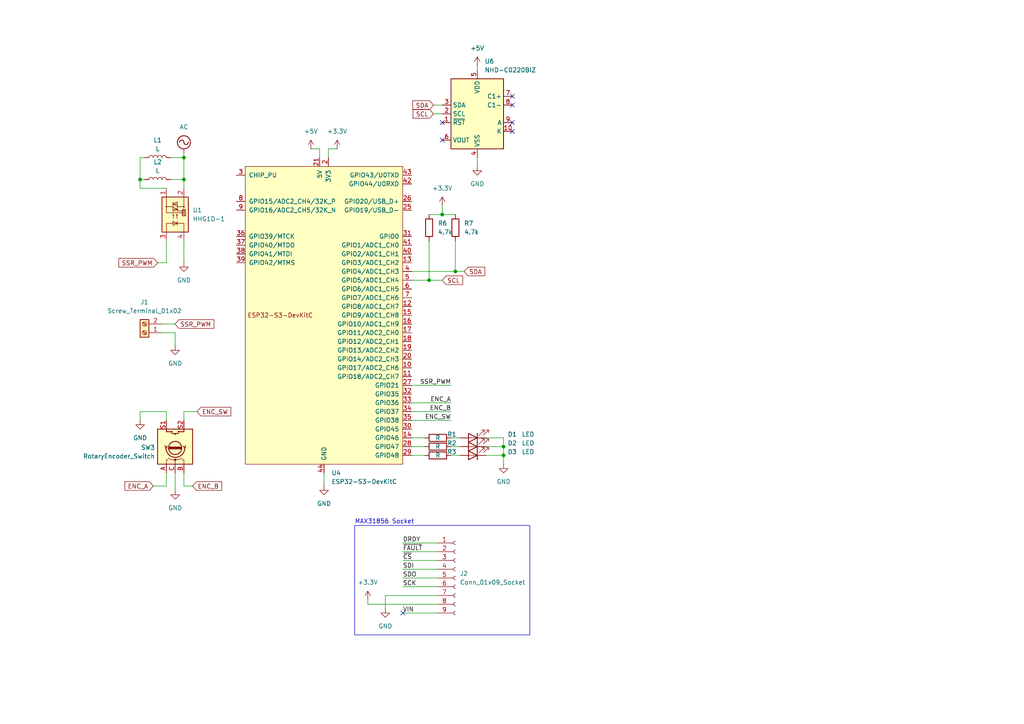
<source format=kicad_sch>
(kicad_sch (version 20250114) (generator "eeschema") (generator_version "9.0")
  (paper "A4")
  (lib_symbols
    (symbol "Connector:Conn_01x09_Socket" (pin_names (offset 1.016) (hide yes))
      (property "Reference" "J" (at 0 12.7 0))
      (property "Value" "Conn_01x09_Socket" (at 0 -12.7 0))
      (symbol "Conn_01x09_Socket_1_1"
        (polyline (pts (xy -1.27 10.16) (xy -0.508 10.16)) (stroke (width 0.1524)))
        (polyline (pts (xy -1.27 7.62) (xy -0.508 7.62)) (stroke (width 0.1524)))
        (polyline (pts (xy -1.27 5.08) (xy -0.508 5.08)) (stroke (width 0.1524)))
        (polyline (pts (xy -1.27 2.54) (xy -0.508 2.54)) (stroke (width 0.1524)))
        (polyline (pts (xy -1.27 0) (xy -0.508 0)) (stroke (width 0.1524)))
        (polyline (pts (xy -1.27 -2.54) (xy -0.508 -2.54)) (stroke (width 0.1524)))
        (polyline (pts (xy -1.27 -5.08) (xy -0.508 -5.08)) (stroke (width 0.1524)))
        (polyline (pts (xy -1.27 -7.62) (xy -0.508 -7.62)) (stroke (width 0.1524)))
        (polyline (pts (xy -1.27 -10.16) (xy -0.508 -10.16)) (stroke (width 0.1524)))
        (arc (start 0 9.652) (mid -0.5058 10.16) (end 0 10.668) (stroke (width 0.1524)))
        (arc (start 0 7.112) (mid -0.5058 7.62) (end 0 8.128) (stroke (width 0.1524)))
        (arc (start 0 4.572) (mid -0.5058 5.08) (end 0 5.588) (stroke (width 0.1524)))
        (arc (start 0 2.032) (mid -0.5058 2.54) (end 0 3.048) (stroke (width 0.1524)))
        (arc (start 0 -0.508) (mid -0.5058 0) (end 0 0.508) (stroke (width 0.1524)))
        (arc (start 0 -3.048) (mid -0.5058 -2.54) (end 0 -2.032) (stroke (width 0.1524)))
        (arc (start 0 -5.588) (mid -0.5058 -5.08) (end 0 -4.572) (stroke (width 0.1524)))
        (arc (start 0 -8.128) (mid -0.5058 -7.62) (end 0 -7.112) (stroke (width 0.1524)))
        (arc (start 0 -10.668) (mid -0.5058 -10.16) (end 0 -9.652) (stroke (width 0.1524)))
        (pin passive line (at -5.08 10.16 0) (length 3.81) (name "Pin_1") (number "1"))
        (pin passive line (at -5.08 7.62 0) (length 3.81) (name "Pin_2") (number "2"))
        (pin passive line (at -5.08 5.08 0) (length 3.81) (name "Pin_3") (number "3"))
        (pin passive line (at -5.08 2.54 0) (length 3.81) (name "Pin_4") (number "4"))
        (pin passive line (at -5.08 0 0) (length 3.81) (name "Pin_5") (number "5"))
        (pin passive line (at -5.08 -2.54 0) (length 3.81) (name "Pin_6") (number "6"))
        (pin passive line (at -5.08 -5.08 0) (length 3.81) (name "Pin_7") (number "7"))
        (pin passive line (at -5.08 -7.62 0) (length 3.81) (name "Pin_8") (number "8"))
        (pin passive line (at -5.08 -10.16 0) (length 3.81) (name "Pin_9") (number "9"))
      )
    )
    (symbol "Connector:Screw_Terminal_01x02" (pin_names (offset 1.016) (hide yes))
      (property "Reference" "J" (at 0 2.54 0))
      (property "Value" "Screw_Terminal_01x02" (at 0 -5.08 0))
      (symbol "Screw_Terminal_01x02_1_1"
        (rectangle (start -1.27 1.27) (end 1.27 -3.81) (stroke (width 0.254)) (fill (type background)))
        (polyline (pts (xy -0.5334 0.3302) (xy 0.3302 -0.508)) (stroke (width 0.1524)))
        (polyline (pts (xy -0.5334 -2.2098) (xy 0.3302 -3.048)) (stroke (width 0.1524)))
        (polyline (pts (xy -0.3556 0.508) (xy 0.508 -0.3302)) (stroke (width 0.1524)))
        (polyline (pts (xy -0.3556 -2.032) (xy 0.508 -2.8702)) (stroke (width 0.1524)))
        (circle (center 0 0) (radius 0.635) (stroke (width 0.1524)))
        (circle (center 0 -2.54) (radius 0.635) (stroke (width 0.1524)))
        (pin passive line (at -5.08 0 0) (length 3.81) (name "Pin_1") (number "1"))
        (pin passive line (at -5.08 -2.54 0) (length 3.81) (name "Pin_2") (number "2"))
      )
    )
    (symbol "Device:L" (pin_numbers (hide yes)) (pin_names (offset 1.016) (hide yes))
      (property "Reference" "L" (at -1.27 0 90))
      (property "Value" "L" (at 1.905 0 90))
      (symbol "L_0_1"
        (arc (start 0 2.54) (mid 0.6323 1.905) (end 0 1.27))
        (arc (start 0 1.27) (mid 0.6323 0.635) (end 0 0))
        (arc (start 0 0) (mid 0.6323 -0.635) (end 0 -1.27))
        (arc (start 0 -1.27) (mid 0.6323 -1.905) (end 0 -2.54))
      )
      (symbol "L_1_1"
        (pin passive line (at 0 3.81 270) (length 1.27) (name "1") (number "1"))
        (pin passive line (at 0 -3.81 90) (length 1.27) (name "2") (number "2"))
      )
    )
    (symbol "Device:LED" (pin_numbers (hide yes)) (pin_names (offset 1.016) (hide yes))
      (property "Reference" "D" (at 0 2.54 0))
      (property "Value" "LED" (at 0 -2.54 0))
      (symbol "LED_0_1"
        (polyline (pts (xy -3.048 -0.762) (xy -4.572 -2.286) (xy -3.81 -2.286) (xy -4.572 -2.286) (xy -4.572 -1.524)))
        (polyline (pts (xy -1.778 -0.762) (xy -3.302 -2.286) (xy -2.54 -2.286) (xy -3.302 -2.286) (xy -3.302 -1.524)))
        (polyline (pts (xy -1.27 0) (xy 1.27 0)))
        (polyline (pts (xy -1.27 -1.27) (xy -1.27 1.27)) (stroke (width 0.254)))
        (polyline (pts (xy 1.27 -1.27) (xy 1.27 1.27) (xy -1.27 0) (xy 1.27 -1.27)) (stroke (width 0.254)))
      )
      (symbol "LED_1_1"
        (pin passive line (at -3.81 0 0) (length 2.54) (name "K") (number "1"))
        (pin passive line (at 3.81 0 180) (length 2.54) (name "A") (number "2"))
      )
    )
    (symbol "Device:R" (pin_numbers (hide yes)) (pin_names (offset 0))
      (property "Reference" "R" (at 2.032 0 90))
      (property "Value" "R" (at 0 0 90))
      (symbol "R_0_1"
        (rectangle (start -1.016 -2.54) (end 1.016 2.54) (stroke (width 0.254)))
      )
      (symbol "R_1_1"
        (pin passive line (at 0 3.81 270) (length 1.27) (name "~") (number "1"))
        (pin passive line (at 0 -3.81 90) (length 1.27) (name "~") (number "2"))
      )
    )
    (symbol "Device:RotaryEncoder_Switch" (pin_names (offset 0.254) (hide yes))
      (property "Reference" "SW" (at 0 6.604 0))
      (property "Value" "RotaryEncoder_Switch" (at 0 -6.604 0))
      (symbol "RotaryEncoder_Switch_0_1"
        (rectangle (start -5.08 5.08) (end 5.08 -5.08) (stroke (width 0.254)) (fill (type background)))
        (polyline (pts (xy -5.08 2.54) (xy -3.81 2.54) (xy -3.81 2.032)))
        (polyline (pts (xy -5.08 0) (xy -3.81 0) (xy -3.81 -1.016) (xy -3.302 -2.032)))
        (polyline (pts (xy -5.08 -2.54) (xy -3.81 -2.54) (xy -3.81 -2.032)))
        (polyline (pts (xy -4.318 0) (xy -3.81 0) (xy -3.81 1.016) (xy -3.302 2.032)))
        (circle (center -3.81 0) (radius 0.254) (fill (type outline)))
        (polyline (pts (xy -0.635 -1.778) (xy -0.635 1.778)) (stroke (width 0.254)))
        (circle (center -0.381 0) (radius 1.905) (stroke (width 0.254)))
        (polyline (pts (xy -0.381 -1.778) (xy -0.381 1.778)) (stroke (width 0.254)))
        (arc (start -0.381 -2.794) (mid -3.0988 -0.0635) (end -0.381 2.667) (stroke (width 0.254)))
        (polyline (pts (xy -0.127 1.778) (xy -0.127 -1.778)) (stroke (width 0.254)))
        (polyline (pts (xy 0.254 2.921) (xy -0.508 2.667) (xy 0.127 2.286)) (stroke (width 0.254)))
        (polyline (pts (xy 0.254 -3.048) (xy -0.508 -2.794) (xy 0.127 -2.413)) (stroke (width 0.254)))
        (polyline (pts (xy 3.81 1.016) (xy 3.81 -1.016)) (stroke (width 0.254)))
        (polyline (pts (xy 3.81 0) (xy 3.429 0)) (stroke (width 0.254)))
        (circle (center 4.318 1.016) (radius 0.127) (stroke (width 0.254)))
        (circle (center 4.318 -1.016) (radius 0.127) (stroke (width 0.254)))
        (polyline (pts (xy 5.08 2.54) (xy 4.318 2.54) (xy 4.318 1.016)) (stroke (width 0.254)))
        (polyline (pts (xy 5.08 -2.54) (xy 4.318 -2.54) (xy 4.318 -1.016)) (stroke (width 0.254)))
      )
      (symbol "RotaryEncoder_Switch_1_1"
        (pin passive line (at -7.62 2.54 0) (length 2.54) (name "A") (number "A"))
        (pin passive line (at -7.62 0 0) (length 2.54) (name "C") (number "C"))
        (pin passive line (at -7.62 -2.54 0) (length 2.54) (name "B") (number "B"))
        (pin passive line (at 7.62 2.54 180) (length 2.54) (name "S1") (number "S1"))
        (pin passive line (at 7.62 -2.54 180) (length 2.54) (name "S2") (number "S2"))
      )
    )
    (symbol "Display_Character:NHD-C0220BIZ"
      (property "Reference" "U" (at -6.35 11.43 0))
      (property "Value" "NHD-C0220BIZ" (at 8.89 11.43 0))
      (symbol "NHD-C0220BIZ_0_1"
        (rectangle (start -7.62 10.16) (end 7.62 -10.16) (stroke (width 0.254)) (fill (type background)))
      )
      (symbol "NHD-C0220BIZ_1_1"
        (pin bidirectional line (at -10.16 2.54 0) (length 2.54) (name "SDA") (number "3"))
        (pin input line (at -10.16 0 0) (length 2.54) (name "SCL") (number "2"))
        (pin input line (at -10.16 -2.54 0) (length 2.54) (name "~{RST}") (number "1"))
        (pin passive line (at -10.16 -7.62 0) (length 2.54) (name "VOUT") (number "6"))
        (pin power_in line (at 0 12.7 270) (length 2.54) (name "VDD") (number "5"))
        (pin power_in line (at 0 -12.7 90) (length 2.54) (name "VSS") (number "4"))
        (pin passive line (at 10.16 5.08 180) (length 2.54) (name "C1+") (number "7"))
        (pin passive line (at 10.16 2.54 180) (length 2.54) (name "C1-") (number "8"))
        (pin passive line (at 10.16 -2.54 180) (length 2.54) (name "A") (number "9"))
        (pin passive line (at 10.16 -5.08 180) (length 2.54) (name "K") (number "10"))
      )
    )
    (symbol "PCM_Espressif:ESP32-S3-DevKitC" (pin_names (offset 1.016))
      (property "Reference" "U" (at -22.86 48.26 0))
      (property "Value" "ESP32-S3-DevKitC" (at -22.86 45.72 0))
      (symbol "ESP32-S3-DevKitC_0_0"
        (text "ESP32-S3-DevKitC" (at -12.7 0 0) (effects (font (size 1.27 1.27))))
        (pin bidirectional line (at -25.4 15.24 0) (length 2.54) (name "GPIO42/MTMS") (number "39"))
        (pin power_in line (at 0 -45.72 90) (length 2.54) (name "GND") (number "44"))
        (pin bidirectional line (at 25.4 40.64 180) (length 2.54) (name "GPIO43/U0TXD") (number "43"))
        (pin bidirectional line (at 25.4 38.1 180) (length 2.54) (name "GPIO44/U0RXD") (number "42"))
        (pin bidirectional line (at 25.4 20.32 180) (length 2.54) (name "GPIO1/ADC1_CH0") (number "41"))
        (pin bidirectional line (at 25.4 17.78 180) (length 2.54) (name "GPIO2/ADC1_CH1") (number "40"))
        (pin bidirectional line (at 25.4 -10.16 180) (length 2.54) (name "GPIO13/ADC2_CH2") (number "19"))
        (pin bidirectional line (at 25.4 -35.56 180) (length 2.54) (name "GPIO46") (number "14"))
      )
      (symbol "ESP32-S3-DevKitC_0_1"
        (rectangle (start -22.86 43.18) (end 22.86 -43.18) (fill (type background)))
        (pin power_in line (at 1.27 45.72 270) (length 2.54) (name "3V3") (number "2"))
      )
      (symbol "ESP32-S3-DevKitC_1_1"
        (pin input line (at -25.4 40.64 0) (length 2.54) (name "CHIP_PU") (number "3"))
        (pin bidirectional line (at -25.4 33.02 0) (length 2.54) (name "GPIO15/ADC2_CH4/32K_P") (number "8"))
        (pin bidirectional line (at -25.4 30.48 0) (length 2.54) (name "GPIO16/ADC2_CH5/32K_N") (number "9"))
        (pin bidirectional line (at -25.4 22.86 0) (length 2.54) (name "GPIO39/MTCK") (number "36"))
        (pin bidirectional line (at -25.4 20.32 0) (length 2.54) (name "GPIO40/MTDO") (number "37"))
        (pin bidirectional line (at -25.4 17.78 0) (length 2.54) (name "GPIO41/MTDI") (number "38"))
        (pin power_in line (at -1.27 45.72 270) (length 2.54) (name "5V") (number "21"))
        (pin passive line (at 0 -45.72 90) (length 2.54) (hide yes) (name "GND") (number "22"))
        (pin passive line (at 0 -45.72 90) (length 2.54) (hide yes) (name "GND") (number "23"))
        (pin passive line (at 0 -45.72 90) (length 2.54) (hide yes) (name "GND") (number "24"))
        (pin passive line (at 1.27 45.72 270) (length 2.54) (hide yes) (name "3V3") (number "1"))
        (pin bidirectional line (at 25.4 33.02 180) (length 2.54) (name "GPIO20/USB_D+") (number "26"))
        (pin bidirectional line (at 25.4 30.48 180) (length 2.54) (name "GPIO19/USB_D-") (number "25"))
        (pin bidirectional line (at 25.4 22.86 180) (length 2.54) (name "GPIO0") (number "31"))
        (pin bidirectional line (at 25.4 15.24 180) (length 2.54) (name "GPIO3/ADC1_CH2") (number "13"))
        (pin bidirectional line (at 25.4 12.7 180) (length 2.54) (name "GPIO4/ADC1_CH3") (number "4"))
        (pin bidirectional line (at 25.4 10.16 180) (length 2.54) (name "GPIO5/ADC1_CH4") (number "5"))
        (pin bidirectional line (at 25.4 7.62 180) (length 2.54) (name "GPIO6/ADC1_CH5") (number "6"))
        (pin bidirectional line (at 25.4 5.08 180) (length 2.54) (name "GPIO7/ADC1_CH6") (number "7"))
        (pin bidirectional line (at 25.4 2.54 180) (length 2.54) (name "GPIO8/ADC1_CH7") (number "12"))
        (pin bidirectional line (at 25.4 0 180) (length 2.54) (name "GPIO9/ADC1_CH8") (number "15"))
        (pin bidirectional line (at 25.4 -2.54 180) (length 2.54) (name "GPIO10/ADC1_CH9") (number "16"))
        (pin bidirectional line (at 25.4 -5.08 180) (length 2.54) (name "GPIO11/ADC2_CH0") (number "17"))
        (pin bidirectional line (at 25.4 -7.62 180) (length 2.54) (name "GPIO12/ADC2_CH1") (number "18"))
        (pin bidirectional line (at 25.4 -12.7 180) (length 2.54) (name "GPIO14/ADC2_CH3") (number "20"))
        (pin bidirectional line (at 25.4 -15.24 180) (length 2.54) (name "GPIO17/ADC2_CH6") (number "10"))
        (pin bidirectional line (at 25.4 -17.78 180) (length 2.54) (name "GPIO18/ADC2_CH7") (number "11"))
        (pin bidirectional line (at 25.4 -20.32 180) (length 2.54) (name "GPIO21") (number "27"))
        (pin bidirectional line (at 25.4 -22.86 180) (length 2.54) (name "GPIO35") (number "32"))
        (pin bidirectional line (at 25.4 -25.4 180) (length 2.54) (name "GPIO36") (number "33"))
        (pin bidirectional line (at 25.4 -27.94 180) (length 2.54) (name "GPIO37") (number "34"))
        (pin bidirectional line (at 25.4 -30.48 180) (length 2.54) (name "GPIO38") (number "35"))
        (pin bidirectional line (at 25.4 -33.02 180) (length 2.54) (name "GPIO45") (number "30"))
        (pin bidirectional line (at 25.4 -38.1 180) (length 2.54) (name "GPIO47") (number "28"))
        (pin bidirectional line (at 25.4 -40.64 180) (length 2.54) (name "GPIO48") (number "29"))
      )
    )
    (symbol "Relay_SolidState:HHG1D-1"
      (property "Reference" "U" (at -5.08 5.08 0))
      (property "Value" "HHG1D-1" (at 0 5.08 0))
      (symbol "HHG1D-1_0_0"
        (rectangle (start -0.381 -2.032) (end 1.397 -3.048))
        (polyline (pts (xy 1.524 -0.635) (xy 1.016 -1.016) (xy 1.016 -2.032)))
        (polyline (pts (xy 2.286 -2.54) (xy 1.397 -2.54)))
        (text "ZCD" (at 0.508 -2.54 0) (effects (font (size 0.508 0.508))))
      )
      (symbol "HHG1D-1_0_1"
        (rectangle (start -5.08 3.81) (end 5.08 -3.81) (stroke (width 0.254)) (fill (type background)))
        (polyline (pts (xy -5.08 2.54) (xy -2.54 2.54) (xy -2.54 -2.54) (xy -5.08 -2.54)))
        (polyline (pts (xy -3.175 -0.635) (xy -1.905 -0.635)))
        (polyline (pts (xy -2.54 -0.635) (xy -3.175 0.635) (xy -1.905 0.635) (xy -2.54 -0.635)))
        (polyline (pts (xy -1.143 0.508) (xy 0.127 0.508) (xy -0.254 0.381) (xy -0.254 0.635) (xy 0.127 0.508)))
        (polyline (pts (xy -1.143 -0.508) (xy 0.127 -0.508) (xy -0.254 -0.635) (xy -0.254 -0.381) (xy 0.127 -0.508)))
        (polyline (pts (xy 0.889 -0.635) (xy 3.683 -0.635) (xy 3.048 0.635) (xy 2.413 -0.635)))
        (polyline (pts (xy 1.524 -0.635) (xy 1.524 0.635)))
        (polyline (pts (xy 2.286 2.54) (xy 0.508 2.54) (xy 0.508 -2.032)))
        (circle (center 2.286 2.54) (radius 0.127))
        (polyline (pts (xy 2.286 0.635) (xy 2.286 2.54) (xy 5.08 2.54)))
        (polyline (pts (xy 2.286 -0.635) (xy 2.286 -2.54) (xy 5.08 -2.54)))
        (circle (center 2.286 -2.54) (radius 0.127))
        (polyline (pts (xy 3.048 0.635) (xy 3.048 -0.635)))
        (polyline (pts (xy 3.683 0.635) (xy 0.889 0.635) (xy 1.524 -0.635) (xy 2.159 0.635)))
      )
      (symbol "HHG1D-1_1_1"
        (pin passive line (at -7.62 2.54 0) (length 2.54) (name "~") (number "3"))
        (pin passive line (at -7.62 -2.54 0) (length 2.54) (name "~") (number "4"))
        (pin passive line (at 7.62 2.54 180) (length 2.54) (name "~") (number "1"))
        (pin passive line (at 7.62 -2.54 180) (length 2.54) (name "~") (number "2"))
      )
    )
    (symbol "power:+3.3V" (power) (pin_numbers (hide yes)) (pin_names (offset 0) (hide yes))
      (property "Value" "+3.3V" (at 0 3.556 0))
      (symbol "+3.3V_0_1"
        (polyline (pts (xy -0.762 1.27) (xy 0 2.54)))
        (polyline (pts (xy 0 2.54) (xy 0.762 1.27)))
        (polyline (pts (xy 0 0) (xy 0 2.54)))
      )
      (symbol "+3.3V_1_1"
        (pin power_in line (at 0 0 90) (length 0) (name "~") (number "1"))
      )
    )
    (symbol "power:+5V" (power) (pin_numbers (hide yes)) (pin_names (offset 0) (hide yes))
      (property "Value" "+5V" (at 0 3.556 0))
      (symbol "+5V_0_1"
        (polyline (pts (xy -0.762 1.27) (xy 0 2.54)))
        (polyline (pts (xy 0 2.54) (xy 0.762 1.27)))
        (polyline (pts (xy 0 0) (xy 0 2.54)))
      )
      (symbol "+5V_1_1"
        (pin power_in line (at 0 0 90) (length 0) (name "~") (number "1"))
      )
    )
    (symbol "power:AC" (power) (pin_numbers (hide yes)) (pin_names (offset 0) (hide yes))
      (property "Value" "AC" (at 0 6.35 0))
      (symbol "AC_0_1"
        (arc (start -1.27 3.175) (mid -0.635 3.8073) (end 0 3.175) (stroke (width 0.254)))
        (circle (center 0 3.175) (radius 1.905) (stroke (width 0.254)))
        (polyline (pts (xy 0 0) (xy 0 1.27)))
        (arc (start 1.27 3.175) (mid 0.635 2.5427) (end 0 3.175) (stroke (width 0.254)))
      )
      (symbol "AC_1_1"
        (pin power_in line (at 0 0 90) (length 0) (name "~") (number "1"))
      )
    )
    (symbol "power:GND" (power) (pin_numbers (hide yes)) (pin_names (offset 0) (hide yes))
      (property "Value" "GND" (at 0 -3.81 0))
      (symbol "GND_0_1"
        (polyline (pts (xy 0 0) (xy 0 -1.27) (xy 1.27 -1.27) (xy 0 -2.54) (xy -1.27 -1.27) (xy 0 -1.27)))
      )
      (symbol "GND_1_1"
        (pin power_in line (at 0 0 270) (length 0) (name "~") (number "1"))
      )
    )
  )
  (rectangle (start 102.87 152.4) (end 153.67 184.15))
  (text "MAX31856 Socket" (at 111.506 151.384 0) (effects (font (size 1.27 1.27))))
  (junction (at 128.27 62.23))
  (junction (at 53.34 45.72))
  (junction (at 132.08 78.74))
  (junction (at 146.05 132.08))
  (junction (at 40.64 52.07))
  (junction (at 124.46 81.28))
  (junction (at 53.34 52.07))
  (junction (at 146.05 129.54))
  (no_connect (at 116.84 177.8))
  (no_connect (at 148.59 35.56))
  (no_connect (at 148.59 38.1))
  (no_connect (at 148.59 27.94))
  (no_connect (at 128.27 40.64))
  (no_connect (at 148.59 30.48))
  (no_connect (at 128.27 35.56))
  (wire (pts (xy 124.46 62.23) (xy 128.27 62.23)))
  (wire (pts (xy 48.26 140.97) (xy 44.45 140.97)))
  (wire (pts (xy 119.38 129.54) (xy 123.19 129.54)))
  (wire (pts (xy 130.81 127) (xy 133.35 127)))
  (wire (pts (xy 124.46 81.28) (xy 128.27 81.28)))
  (wire (pts (xy 111.76 172.72) (xy 111.76 176.53)))
  (wire (pts (xy 46.99 96.52) (xy 50.8 96.52)))
  (wire (pts (xy 40.64 52.07) (xy 40.64 45.72)))
  (wire (pts (xy 130.81 132.08) (xy 133.35 132.08)))
  (wire (pts (xy 93.98 137.16) (xy 93.98 140.97)))
  (wire (pts (xy 116.84 160.02) (xy 127 160.02)))
  (wire (pts (xy 95.25 43.18) (xy 97.79 43.18)))
  (wire (pts (xy 49.53 45.72) (xy 53.34 45.72)))
  (wire (pts (xy 106.68 175.26) (xy 106.68 173.99)))
  (wire (pts (xy 119.38 116.84) (xy 130.81 116.84)))
  (wire (pts (xy 53.34 119.38) (xy 57.15 119.38)))
  (wire (pts (xy 40.64 119.38) (xy 48.26 119.38)))
  (wire (pts (xy 48.26 119.38) (xy 48.26 121.92)))
  (wire (pts (xy 119.38 121.92) (xy 130.81 121.92)))
  (wire (pts (xy 92.71 43.18) (xy 90.17 43.18)))
  (wire (pts (xy 50.8 137.16) (xy 50.8 142.24)))
  (wire (pts (xy 116.84 157.48) (xy 127 157.48)))
  (wire (pts (xy 138.43 45.72) (xy 138.43 48.26)))
  (wire (pts (xy 53.34 140.97) (xy 55.88 140.97)))
  (wire (pts (xy 40.64 52.07) (xy 41.91 52.07)))
  (wire (pts (xy 92.71 45.72) (xy 92.71 43.18)))
  (wire (pts (xy 116.84 167.64) (xy 127 167.64)))
  (wire (pts (xy 50.8 96.52) (xy 50.8 100.33)))
  (wire (pts (xy 48.26 137.16) (xy 48.26 140.97)))
  (wire (pts (xy 132.08 78.74) (xy 134.62 78.74)))
  (wire (pts (xy 53.34 121.92) (xy 53.34 119.38)))
  (wire (pts (xy 116.84 165.1) (xy 127 165.1)))
  (wire (pts (xy 128.27 62.23) (xy 132.08 62.23)))
  (wire (pts (xy 53.34 44.45) (xy 53.34 45.72)))
  (wire (pts (xy 132.08 69.85) (xy 132.08 78.74)))
  (wire (pts (xy 40.64 54.61) (xy 48.26 54.61)))
  (wire (pts (xy 119.38 78.74) (xy 132.08 78.74)))
  (wire (pts (xy 138.43 19.05) (xy 138.43 20.32)))
  (wire (pts (xy 40.64 45.72) (xy 41.91 45.72)))
  (wire (pts (xy 124.46 69.85) (xy 124.46 81.28)))
  (wire (pts (xy 45.72 76.2) (xy 48.26 76.2)))
  (wire (pts (xy 53.34 69.85) (xy 53.34 76.2)))
  (wire (pts (xy 53.34 137.16) (xy 53.34 140.97)))
  (wire (pts (xy 146.05 129.54) (xy 140.97 129.54)))
  (wire (pts (xy 119.38 111.76) (xy 130.81 111.76)))
  (wire (pts (xy 119.38 119.38) (xy 130.81 119.38)))
  (wire (pts (xy 40.64 121.92) (xy 40.64 119.38)))
  (wire (pts (xy 116.84 177.8) (xy 127 177.8)))
  (wire (pts (xy 128.27 62.23) (xy 128.27 59.69)))
  (wire (pts (xy 146.05 132.08) (xy 146.05 134.62)))
  (wire (pts (xy 53.34 52.07) (xy 53.34 54.61)))
  (wire (pts (xy 111.76 172.72) (xy 127 172.72)))
  (wire (pts (xy 48.26 76.2) (xy 48.26 69.85)))
  (wire (pts (xy 116.84 170.18) (xy 127 170.18)))
  (wire (pts (xy 49.53 52.07) (xy 53.34 52.07)))
  (wire (pts (xy 130.81 129.54) (xy 133.35 129.54)))
  (wire (pts (xy 119.38 132.08) (xy 123.19 132.08)))
  (wire (pts (xy 125.73 33.02) (xy 128.27 33.02)))
  (wire (pts (xy 125.73 30.48) (xy 128.27 30.48)))
  (wire (pts (xy 146.05 127) (xy 140.97 127)))
  (wire (pts (xy 146.05 129.54) (xy 146.05 132.08)))
  (wire (pts (xy 146.05 129.54) (xy 146.05 127)))
  (wire (pts (xy 119.38 127) (xy 123.19 127)))
  (wire (pts (xy 40.64 54.61) (xy 40.64 52.07)))
  (wire (pts (xy 46.99 93.98) (xy 50.8 93.98)))
  (wire (pts (xy 119.38 81.28) (xy 124.46 81.28)))
  (wire (pts (xy 53.34 45.72) (xy 53.34 52.07)))
  (wire (pts (xy 146.05 132.08) (xy 140.97 132.08)))
  (wire (pts (xy 95.25 45.72) (xy 95.25 43.18)))
  (wire (pts (xy 116.84 162.56) (xy 127 162.56)))
  (wire (pts (xy 106.68 175.26) (xy 127 175.26)))
  (label "~{CS}" (at 116.84 162.56 0))
  (label "ENC_B" (at 130.81 119.38 180))
  (label "ENC_A" (at 130.81 116.84 180))
  (label "SCK" (at 116.84 170.18 0))
  (label "DRDY" (at 116.84 157.48 0))
  (label "SDO" (at 116.84 167.64 0))
  (label "SDI" (at 116.84 165.1 0))
  (label "SSR_PWM" (at 130.81 111.76 180))
  (label "ENC_SW" (at 130.81 121.92 180))
  (label "VIN" (at 116.84 177.8 0))
  (label "~{FAULT}" (at 116.84 160.02 0))
  (global_label "SDA" (shape input) (at 125.73 30.48 180) (property "Intersheetrefs" "${INTERSHEET_REFS}" (effects (hide yes))))
  (global_label "SDA" (shape input) (at 134.62 78.74 0) (property "Intersheetrefs" "${INTERSHEET_REFS}" (effects (hide yes))))
  (global_label "ENC_SW" (shape input) (at 57.15 119.38 0) (property "Intersheetrefs" "${INTERSHEET_REFS}" (effects (hide yes))))
  (global_label "SCL" (shape input) (at 128.27 81.28 0) (property "Intersheetrefs" "${INTERSHEET_REFS}" (effects (hide yes))))
  (global_label "ENC_A" (shape input) (at 44.45 140.97 180) (property "Intersheetrefs" "${INTERSHEET_REFS}" (effects (hide yes))))
  (global_label "SCL" (shape input) (at 125.73 33.02 180) (property "Intersheetrefs" "${INTERSHEET_REFS}" (effects (hide yes))))
  (global_label "SSR_PWM" (shape input) (at 50.8 93.98 0) (property "Intersheetrefs" "${INTERSHEET_REFS}" (effects (hide yes))))
  (global_label "ENC_B" (shape input) (at 55.88 140.97 0) (property "Intersheetrefs" "${INTERSHEET_REFS}" (effects (hide yes))))
  (global_label "SSR_PWM" (shape input) (at 45.72 76.2 180) (property "Intersheetrefs" "${INTERSHEET_REFS}" (effects (hide yes))))
  (symbol (lib_id "Device:RotaryEncoder_Switch") (at 50.8 129.54 90) (unit 1)
    (property "Reference" "SW3" (at 44.958 129.794 90) (effects (justify left)))
    (property "Value" "RotaryEncoder_Switch" (at 44.958 132.334 90) (effects (justify left)))
    (property "Description" "Rotary encoder, dual channel, incremental quadrate outputs, with switch" (effects (hide yes)))
  )
  (symbol (lib_id "power:GND") (at 146.05 134.62 0) (unit 1)
    (property "Reference" "#PWR013" (effects (hide yes)))
    (property "Value" "GND" (at 146.05 139.7 0))
    (property "Description" "Power symbol creates a global label with name \"GND\" , ground" (effects (hide yes)))
  )
  (symbol (lib_id "Device:R") (at 127 127 90) (unit 1)
    (property "Reference" "R1" (at 131.064 125.984 90))
    (property "Value" "R" (at 127 127 90))
    (property "Footprint" "Resistor_SMD:R_0805_2012Metric_Pad1.20x1.40mm_HandSolder" (effects (hide yes)))
    (property "Description" "Resistor" (effects (hide yes)))
  )
  (symbol (lib_id "Connector:Screw_Terminal_01x02") (at 41.91 96.52 180) (unit 1)
    (property "Reference" "J1" (at 41.91 87.63 0))
    (property "Value" "Screw_Terminal_01x02" (at 41.91 90.17 0))
    (property "Footprint" "phoenix_footprints:TE_282837-2" (effects (hide yes)))
    (property "Description" "Generic screw terminal, single row, 01x02, script generated (kicad-library-utils/schlib/autogen/connector/)" (effects (hide yes)))
  )
  (symbol (lib_id "Device:L") (at 45.72 52.07 90) (unit 1)
    (property "Reference" "L2" (at 45.72 46.99 90))
    (property "Value" "L" (at 45.72 49.53 90))
    (property "Description" "Inductor" (effects (hide yes)))
  )
  (symbol (lib_id "Relay_SolidState:HHG1D-1") (at 50.8 62.23 90) (unit 1)
    (property "Reference" "U1" (at 55.88 60.9599 90) (effects (justify right)))
    (property "Value" "HHG1D-1" (at 55.88 63.4999 90) (effects (justify right)))
    (property "Footprint" "Relay_THT:Relay_NCR_HHG1D-1" (effects (hide yes)))
    (property "Datasheet" "https://ncr.hk/uploads/Relays/Solid_State_Relays/HHG1D-1.pdf" (effects (hide yes)))
    (property "Description" "NCR zero cross solid state relay 1A, 2A, 3A, 4A" (effects (hide yes)))
  )
  (symbol (lib_id "power:GND") (at 138.43 48.26 0) (unit 1)
    (property "Reference" "#PWR012" (effects (hide yes)))
    (property "Value" "GND" (at 138.43 53.34 0))
    (property "Description" "Power symbol creates a global label with name \"GND\" , ground" (effects (hide yes)))
  )
  (symbol (lib_id "power:+3.3V") (at 106.68 173.99 0) (unit 1)
    (property "Reference" "#PWR011" (effects (hide yes)))
    (property "Value" "+3.3V" (at 106.68 168.91 0))
    (property "Description" "Power symbol creates a global label with name \"+3.3V\"" (effects (hide yes)))
  )
  (symbol (lib_id "power:GND") (at 40.64 121.92 0) (unit 1)
    (property "Reference" "#PWR014" (effects (hide yes)))
    (property "Value" "GND" (at 40.64 127 0))
    (property "Description" "Power symbol creates a global label with name \"GND\" , ground" (effects (hide yes)))
  )
  (symbol (lib_id "power:+5V") (at 90.17 43.18 0) (unit 1)
    (property "Reference" "#PWR01" (effects (hide yes)))
    (property "Value" "+5V" (at 90.17 38.1 0))
    (property "Description" "Power symbol creates a global label with name \"+5V\"" (effects (hide yes)))
  )
  (symbol (lib_id "Device:LED") (at 137.16 127 180) (unit 1)
    (property "Reference" "D1" (at 148.59 125.984 0))
    (property "Value" "LED" (at 153.162 125.984 0))
    (property "Footprint" "Diode_SMD:D_0805_2012Metric_Pad1.15x1.40mm_HandSolder" (effects (hide yes)))
    (property "Description" "Light emitting diode" (effects (hide yes)))
    (property "Sim.Pins" "1=K 2=A" (effects (hide yes)))
  )
  (symbol (lib_id "Device:L") (at 45.72 45.72 90) (unit 1)
    (property "Reference" "L1" (at 45.72 40.64 90))
    (property "Value" "L" (at 45.72 43.18 90))
    (property "Description" "Inductor" (effects (hide yes)))
  )
  (symbol (lib_id "power:AC") (at 53.34 44.45 0) (unit 1)
    (property "Reference" "#PWR016" (effects (hide yes)))
    (property "Value" "AC" (at 53.34 36.83 0))
    (property "Description" "Power symbol creates a global label with name \"AC\"" (effects (hide yes)))
  )
  (symbol (lib_id "Device:LED") (at 137.16 129.54 180) (unit 1)
    (property "Reference" "D2" (at 148.59 128.524 0))
    (property "Value" "LED" (at 153.162 128.524 0))
    (property "Footprint" "Diode_SMD:D_0805_2012Metric_Pad1.15x1.40mm_HandSolder" (effects (hide yes)))
    (property "Description" "Light emitting diode" (effects (hide yes)))
    (property "Sim.Pins" "1=K 2=A" (effects (hide yes)))
  )
  (symbol (lib_id "power:GND") (at 53.34 76.2 0) (unit 1)
    (property "Reference" "#PWR0114" (effects (hide yes)))
    (property "Value" "GND" (at 53.34 81.28 0))
    (property "Description" "Power symbol creates a global label with name \"GND\" , ground" (effects (hide yes)))
  )
  (symbol (lib_id "Device:R") (at 132.08 66.04 0) (unit 1)
    (property "Reference" "R7" (at 134.62 64.7699 0) (effects (justify left)))
    (property "Value" "4.7k" (at 134.62 67.3099 0) (effects (justify left)))
    (property "Footprint" "Resistor_SMD:R_0805_2012Metric_Pad1.20x1.40mm_HandSolder" (effects (hide yes)))
    (property "Description" "Resistor" (effects (hide yes)))
  )
  (symbol (lib_id "Device:LED") (at 137.16 132.08 180) (unit 1)
    (property "Reference" "D3" (at 148.59 131.064 0))
    (property "Value" "LED" (at 153.162 131.064 0))
    (property "Footprint" "Diode_SMD:D_0805_2012Metric_Pad1.15x1.40mm_HandSolder" (effects (hide yes)))
    (property "Description" "Light emitting diode" (effects (hide yes)))
    (property "Sim.Pins" "1=K 2=A" (effects (hide yes)))
  )
  (symbol (lib_id "Device:R") (at 127 129.54 90) (unit 1)
    (property "Reference" "R2" (at 131.064 128.524 90))
    (property "Value" "R" (at 127 129.54 90))
    (property "Footprint" "Resistor_SMD:R_0805_2012Metric_Pad1.20x1.40mm_HandSolder" (effects (hide yes)))
    (property "Description" "Resistor" (effects (hide yes)))
  )
  (symbol (lib_id "PCM_Espressif:ESP32-S3-DevKitC") (at 93.98 91.44 0) (unit 1)
    (property "Reference" "U4" (at 96.1233 137.16 0) (effects (justify left)))
    (property "Value" "ESP32-S3-DevKitC" (at 96.1233 139.7 0) (effects (justify left)))
    (property "Footprint" "PCM_Espressif:ESP32-S3-DevKitC" (effects (hide yes)))
    (property "Description" "ESP32-S3-DevKitC" (effects (hide yes)))
  )
  (symbol (lib_id "Connector:Conn_01x09_Socket") (at 132.08 167.64 0) (unit 1)
    (property "Reference" "J2" (at 133.35 166.3699 0) (effects (justify left)))
    (property "Value" "Conn_01x09_Socket" (at 133.35 168.9099 0) (effects (justify left)))
    (property "Description" "Generic connector, single row, 01x09, script generated" (effects (hide yes)))
  )
  (symbol (lib_id "power:GND") (at 93.98 140.97 0) (unit 1)
    (property "Reference" "#PWR04" (effects (hide yes)))
    (property "Value" "GND" (at 93.98 146.05 0))
    (property "Description" "Power symbol creates a global label with name \"GND\" , ground" (effects (hide yes)))
  )
  (symbol (lib_id "power:GND") (at 50.8 100.33 0) (unit 1)
    (property "Reference" "#PWR0115" (effects (hide yes)))
    (property "Value" "GND" (at 50.8 105.41 0))
    (property "Description" "Power symbol creates a global label with name \"GND\" , ground" (effects (hide yes)))
  )
  (symbol (lib_id "power:GND") (at 111.76 176.53 0) (unit 1)
    (property "Reference" "#PWR05" (effects (hide yes)))
    (property "Value" "GND" (at 111.76 181.61 0))
    (property "Description" "Power symbol creates a global label with name \"GND\" , ground" (effects (hide yes)))
  )
  (symbol (lib_id "power:GND") (at 50.8 142.24 0) (unit 1)
    (property "Reference" "#PWR017" (effects (hide yes)))
    (property "Value" "GND" (at 50.8 147.32 0))
    (property "Description" "Power symbol creates a global label with name \"GND\" , ground" (effects (hide yes)))
  )
  (symbol (lib_id "power:+5V") (at 138.43 19.05 0) (unit 1)
    (property "Reference" "#PWR07" (effects (hide yes)))
    (property "Value" "+5V" (at 138.43 13.97 0))
    (property "Description" "Power symbol creates a global label with name \"+5V\"" (effects (hide yes)))
  )
  (symbol (lib_id "Device:R") (at 127 132.08 90) (unit 1)
    (property "Reference" "R3" (at 131.064 131.064 90))
    (property "Value" "R" (at 127 132.08 90))
    (property "Footprint" "Resistor_SMD:R_0805_2012Metric_Pad1.20x1.40mm_HandSolder" (effects (hide yes)))
    (property "Description" "Resistor" (effects (hide yes)))
  )
  (symbol (lib_id "power:+3.3V") (at 97.79 43.18 0) (unit 1)
    (property "Reference" "#PWR02" (effects (hide yes)))
    (property "Value" "+3.3V" (at 97.79 38.1 0))
    (property "Description" "Power symbol creates a global label with name \"+3.3V\"" (effects (hide yes)))
  )
  (symbol (lib_id "power:+3.3V") (at 128.27 59.69 0) (unit 1)
    (property "Reference" "#PWR03" (effects (hide yes)))
    (property "Value" "+3.3V" (at 128.27 54.61 0))
    (property "Description" "Power symbol creates a global label with name \"+3.3V\"" (effects (hide yes)))
  )
  (symbol (lib_id "Device:R") (at 124.46 66.04 0) (unit 1)
    (property "Reference" "R6" (at 127 64.7699 0) (effects (justify left)))
    (property "Value" "4.7k" (at 127 67.3099 0) (effects (justify left)))
    (property "Footprint" "Resistor_SMD:R_0805_2012Metric_Pad1.20x1.40mm_HandSolder" (effects (hide yes)))
    (property "Description" "Resistor" (effects (hide yes)))
  )
  (symbol (lib_id "Display_Character:NHD-C0220BIZ") (at 138.43 33.02 0) (unit 1)
    (property "Reference" "U6" (at 140.5733 17.78 0) (effects (justify left)))
    (property "Value" "NHD-C0220BIZ" (at 140.5733 20.32 0) (effects (justify left)))
    (property "Footprint" "Display:NHD-C0220BiZ" (effects (hide yes)))
    (property "Datasheet" "http://www.newhavendisplay.com/specs/NHD-C0220BiZ-FSW-FBW-3V3M.pdf" (effects (hide yes)))
    (property "Description" "LCD 20x2 Alphanumeric 10pin Blue/White/Green Backlight, i2c, 3.3V VDD" (effects (hide yes)))
  )
)
</source>
